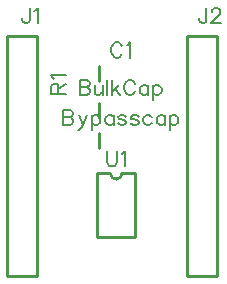
<source format=gbr>
G04 DipTrace 3.1.0.1*
G04 TopSilk.gbr*
%MOIN*%
G04 #@! TF.FileFunction,Legend,Top*
G04 #@! TF.Part,Single*
%ADD10C,0.009843*%
%ADD38C,0.00772*%
%FSLAX26Y26*%
G04*
G70*
G90*
G75*
G01*
G04 TopSilk*
%LPD*%
X727640Y943429D2*
D10*
Y994571D1*
Y843429D2*
Y894571D1*
Y1068429D2*
Y1119571D1*
X720191Y760733D2*
Y548133D1*
X846163Y760733D2*
Y548133D1*
X720191D2*
X846163D1*
X720191Y760733D2*
X763488D1*
X802866D2*
X846163D1*
X763488D2*
G03X802866Y760733I19689J23D01*
G01*
X519002Y1218963D2*
X419000D1*
Y419037D1*
X519002D1*
Y1218963D1*
X1119002D2*
X1019000D1*
Y419037D1*
X1119002D1*
Y1218963D1*
X662497Y1071751D2*
D38*
Y1021511D1*
X684052D1*
X691237Y1023942D1*
X693614Y1026319D1*
X695990Y1031072D1*
Y1038257D1*
X693614Y1043066D1*
X691237Y1045442D1*
X684052Y1047819D1*
X691237Y1050251D1*
X693614Y1052627D1*
X695990Y1057381D1*
Y1062189D1*
X693614Y1066942D1*
X691237Y1069374D1*
X684052Y1071751D1*
X662497D1*
Y1047819D2*
X684052D1*
X711429Y1055004D2*
Y1031072D1*
X713806Y1023942D1*
X718614Y1021511D1*
X725800D1*
X730553Y1023942D1*
X737738Y1031072D1*
Y1055004D2*
Y1021511D1*
X753177Y1071751D2*
Y1021511D1*
X768616Y1071751D2*
Y1021511D1*
X792548Y1055004D2*
X768616Y1031072D1*
X778178Y1040634D2*
X794925Y1021511D1*
X846234Y1059812D2*
X843857Y1064566D1*
X839049Y1069374D1*
X834295Y1071751D1*
X824734D1*
X819925Y1069374D1*
X815172Y1064566D1*
X812740Y1059812D1*
X810364Y1052627D1*
Y1040634D1*
X812740Y1033504D1*
X815172Y1028696D1*
X819925Y1023942D1*
X824734Y1021511D1*
X834295D1*
X839049Y1023942D1*
X843857Y1028696D1*
X846234Y1033504D1*
X890358Y1055004D2*
Y1021511D1*
Y1047819D2*
X885605Y1052627D1*
X880796Y1055004D1*
X873666D1*
X868858Y1052627D1*
X864105Y1047819D1*
X861673Y1040634D1*
Y1035881D1*
X864105Y1028696D1*
X868858Y1023942D1*
X873666Y1021511D1*
X880796D1*
X885605Y1023942D1*
X890358Y1028696D1*
X905797Y1055004D2*
Y1004764D1*
Y1047819D2*
X910606Y1052572D1*
X915359Y1055004D1*
X922544D1*
X927352Y1052572D1*
X932105Y1047819D1*
X934537Y1040634D1*
Y1035825D1*
X932105Y1028696D1*
X927352Y1023887D1*
X922544Y1021511D1*
X915359D1*
X910606Y1023887D1*
X905797Y1028696D1*
X606352Y971751D2*
Y921511D1*
X627907D1*
X635092Y923942D1*
X637468Y926319D1*
X639845Y931072D1*
Y938257D1*
X637468Y943066D1*
X635092Y945442D1*
X627907Y947819D1*
X635092Y950251D1*
X637468Y952627D1*
X639845Y957381D1*
Y962189D1*
X637468Y966942D1*
X635092Y969374D1*
X627907Y971751D1*
X606352D1*
Y947819D2*
X627907D1*
X657716Y955004D2*
X672031Y921511D1*
X667278Y911949D1*
X662469Y907141D1*
X657716Y904764D1*
X655284D1*
X686401Y955004D2*
X672031Y921511D1*
X701840Y955004D2*
Y904764D1*
Y947819D2*
X706649Y952572D1*
X711402Y955004D1*
X718587D1*
X723395Y952572D1*
X728148Y947819D1*
X730580Y940634D1*
Y935825D1*
X728148Y928696D1*
X723395Y923887D1*
X718587Y921511D1*
X711402D1*
X706649Y923887D1*
X701840Y928696D1*
X774704Y955004D2*
Y921511D1*
Y947819D2*
X769951Y952627D1*
X765143Y955004D1*
X758013D1*
X753205Y952627D1*
X748451Y947819D1*
X746020Y940634D1*
Y935881D1*
X748451Y928696D1*
X753205Y923942D1*
X758013Y921511D1*
X765143D1*
X769951Y923942D1*
X774704Y928696D1*
X816452Y947819D2*
X814075Y952627D1*
X806890Y955004D1*
X799705D1*
X792520Y952627D1*
X790144Y947819D1*
X792520Y943066D1*
X797329Y940634D1*
X809267Y938257D1*
X814075Y935881D1*
X816452Y931072D1*
Y928696D1*
X814075Y923942D1*
X806890Y921511D1*
X799705D1*
X792520Y923942D1*
X790144Y928696D1*
X858200Y947819D2*
X855823Y952627D1*
X848638Y955004D1*
X841453D1*
X834268Y952627D1*
X831891Y947819D1*
X834268Y943066D1*
X839076Y940634D1*
X851015Y938257D1*
X855823Y935881D1*
X858200Y931072D1*
Y928696D1*
X855823Y923942D1*
X848638Y921511D1*
X841453D1*
X834268Y923942D1*
X831891Y928696D1*
X902379Y947819D2*
X897571Y952627D1*
X892762Y955004D1*
X885632D1*
X880824Y952627D1*
X876071Y947819D1*
X873639Y940634D1*
Y935881D1*
X876071Y928696D1*
X880824Y923942D1*
X885632Y921511D1*
X892762D1*
X897571Y923942D1*
X902379Y928696D1*
X946503Y955004D2*
Y921511D1*
Y947819D2*
X941750Y952627D1*
X936941Y955004D1*
X929812D1*
X925003Y952627D1*
X920250Y947819D1*
X917818Y940634D1*
Y935881D1*
X920250Y928696D1*
X925003Y923942D1*
X929812Y921511D1*
X936941D1*
X941750Y923942D1*
X946503Y928696D1*
X961942Y955004D2*
Y904764D1*
Y947819D2*
X966751Y952572D1*
X971504Y955004D1*
X978689D1*
X983497Y952572D1*
X988251Y947819D1*
X990683Y940634D1*
Y935825D1*
X988251Y928696D1*
X983497Y923887D1*
X978689Y921511D1*
X971504D1*
X966751Y923887D1*
X961942Y928696D1*
X590181Y1026136D2*
Y1047635D1*
X587749Y1054820D1*
X585373Y1057252D1*
X580620Y1059629D1*
X575811D1*
X571058Y1057252D1*
X568626Y1054820D1*
X566249Y1047635D1*
Y1026136D1*
X616489D1*
X590181Y1042882D2*
X616489Y1059629D1*
X575866Y1075068D2*
X573434Y1079876D1*
X566305Y1087062D1*
X616489Y1087061D1*
X802736Y1184812D2*
X800359Y1189566D1*
X795551Y1194374D1*
X790797Y1196751D1*
X781236D1*
X776427Y1194374D1*
X771674Y1189566D1*
X769242Y1184812D1*
X766866Y1177627D1*
Y1165634D1*
X769242Y1158504D1*
X771674Y1153696D1*
X776427Y1148942D1*
X781236Y1146511D1*
X790797D1*
X795551Y1148942D1*
X800359Y1153696D1*
X802736Y1158504D1*
X818175Y1187134D2*
X822983Y1189566D1*
X830168Y1196695D1*
Y1146511D1*
X752714Y833956D2*
Y798086D1*
X755091Y790901D1*
X759899Y786148D1*
X767084Y783716D1*
X771837D1*
X779022Y786148D1*
X783831Y790901D1*
X786207Y798086D1*
Y833956D1*
X801647Y824339D2*
X806455Y826771D1*
X813640Y833901D1*
Y783716D1*
X494710Y1311121D2*
Y1272874D1*
X492334Y1265689D1*
X489902Y1263313D1*
X485148Y1260881D1*
X480340D1*
X475587Y1263313D1*
X473210Y1265689D1*
X470778Y1272874D1*
Y1277627D1*
X510149Y1301504D2*
X514958Y1303936D1*
X522143Y1311065D1*
Y1260881D1*
X1083960Y1311121D2*
Y1272874D1*
X1081584Y1265689D1*
X1079152Y1263313D1*
X1074399Y1260881D1*
X1069590D1*
X1064837Y1263313D1*
X1062460Y1265689D1*
X1060028Y1272874D1*
Y1277627D1*
X1101831Y1299127D2*
Y1301504D1*
X1104208Y1306312D1*
X1106584Y1308689D1*
X1111393Y1311065D1*
X1120955D1*
X1125708Y1308689D1*
X1128084Y1306312D1*
X1130516Y1301504D1*
Y1296751D1*
X1128084Y1291942D1*
X1123331Y1284812D1*
X1099399Y1260881D1*
X1132893D1*
M02*

</source>
